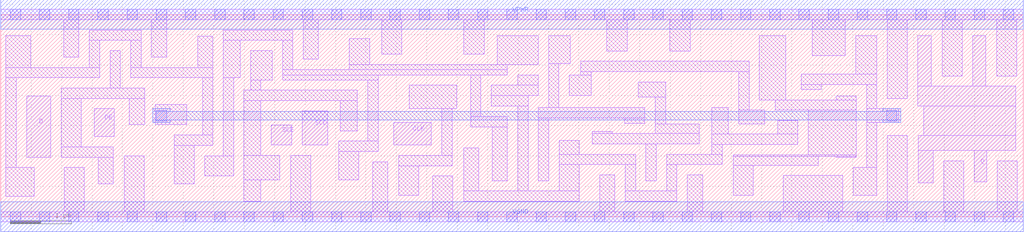
<source format=lef>
# Copyright 2020 The SkyWater PDK Authors
#
# Licensed under the Apache License, Version 2.0 (the "License");
# you may not use this file except in compliance with the License.
# You may obtain a copy of the License at
#
#     https://www.apache.org/licenses/LICENSE-2.0
#
# Unless required by applicable law or agreed to in writing, software
# distributed under the License is distributed on an "AS IS" BASIS,
# WITHOUT WARRANTIES OR CONDITIONS OF ANY KIND, either express or implied.
# See the License for the specific language governing permissions and
# limitations under the License.
#
# SPDX-License-Identifier: Apache-2.0

VERSION 5.7 ;
  NAMESCASESENSITIVE ON ;
  NOWIREEXTENSIONATPIN ON ;
  DIVIDERCHAR "/" ;
  BUSBITCHARS "[]" ;
UNITS
  DATABASE MICRONS 200 ;
END UNITS
MACRO sky130_fd_sc_hs__sedfxtp_4
  CLASS CORE ;
  SOURCE USER ;
  FOREIGN sky130_fd_sc_hs__sedfxtp_4 ;
  ORIGIN  0.000000  0.000000 ;
  SIZE  16.80000 BY  3.330000 ;
  SYMMETRY X Y ;
  SITE unit ;
  PIN D
    ANTENNAGATEAREA  0.159000 ;
    DIRECTION INPUT ;
    USE SIGNAL ;
    PORT
      LAYER li1 ;
        RECT 0.425000 0.980000 0.825000 1.990000 ;
    END
  END D
  PIN DE
    ANTENNAGATEAREA  0.318000 ;
    DIRECTION INPUT ;
    USE SIGNAL ;
    PORT
      LAYER li1 ;
        RECT 1.535000 1.320000 1.865000 1.780000 ;
    END
  END DE
  PIN Q
    ANTENNADIFFAREA  1.097500 ;
    DIRECTION OUTPUT ;
    USE SIGNAL ;
    PORT
      LAYER li1 ;
        RECT 15.065000 1.820000 16.675000 2.150000 ;
        RECT 15.065000 2.150000 15.285000 2.980000 ;
        RECT 15.075000 0.560000 15.325000 1.090000 ;
        RECT 15.075000 1.090000 16.675000 1.340000 ;
        RECT 15.165000 1.340000 16.675000 1.820000 ;
        RECT 15.970000 2.150000 16.185000 2.980000 ;
        RECT 15.995000 0.575000 16.200000 1.090000 ;
    END
  END Q
  PIN SCD
    ANTENNAGATEAREA  0.159000 ;
    DIRECTION INPUT ;
    USE SIGNAL ;
    PORT
      LAYER li1 ;
        RECT 4.955000 1.180000 5.370000 1.745000 ;
    END
  END SCD
  PIN SCE
    ANTENNAGATEAREA  0.318000 ;
    DIRECTION INPUT ;
    USE SIGNAL ;
    PORT
      LAYER li1 ;
        RECT 4.445000 1.180000 4.785000 1.510000 ;
    END
  END SCE
  PIN CLK
    ANTENNAGATEAREA  0.279000 ;
    DIRECTION INPUT ;
    USE CLOCK ;
    PORT
      LAYER li1 ;
        RECT 6.455000 1.180000 7.075000 1.550000 ;
    END
  END CLK
  PIN VGND
    DIRECTION INOUT ;
    USE GROUND ;
    PORT
      LAYER met1 ;
        RECT 0.000000 -0.245000 16.800000 0.245000 ;
    END
  END VGND
  PIN VPWR
    DIRECTION INOUT ;
    USE POWER ;
    PORT
      LAYER met1 ;
        RECT 0.000000 3.085000 16.800000 3.575000 ;
    END
  END VPWR
  OBS
    LAYER li1 ;
      RECT  0.000000 -0.085000 16.800000 0.085000 ;
      RECT  0.000000  3.245000 16.800000 3.415000 ;
      RECT  0.085000  0.340000  0.550000 0.810000 ;
      RECT  0.085000  0.810000  0.255000 2.290000 ;
      RECT  0.085000  2.290000  1.625000 2.460000 ;
      RECT  0.085000  2.460000  0.495000 2.980000 ;
      RECT  0.995000  0.980000  1.850000 1.150000 ;
      RECT  0.995000  1.150000  1.325000 1.950000 ;
      RECT  0.995000  1.950000  2.365000 2.120000 ;
      RECT  1.035000  2.630000  1.285000 3.245000 ;
      RECT  1.040000  0.085000  1.370000 0.810000 ;
      RECT  1.455000  2.460000  1.625000 2.905000 ;
      RECT  1.455000  2.905000  2.305000 3.075000 ;
      RECT  1.600000  0.545000  1.850000 0.980000 ;
      RECT  1.795000  2.120000  1.965000 2.735000 ;
      RECT  2.030000  0.085000  2.360000 1.005000 ;
      RECT  2.115000  1.520000  2.365000 1.950000 ;
      RECT  2.135000  2.290000  3.485000 2.460000 ;
      RECT  2.135000  2.460000  2.305000 2.905000 ;
      RECT  2.475000  2.630000  2.725000 3.245000 ;
      RECT  2.535000  1.520000  3.055000 1.850000 ;
      RECT  2.850000  0.545000  3.180000 1.175000 ;
      RECT  2.850000  1.175000  3.485000 1.345000 ;
      RECT  3.235000  2.460000  3.485000 2.975000 ;
      RECT  3.315000  1.345000  3.485000 2.290000 ;
      RECT  3.350000  0.675000  3.825000 1.005000 ;
      RECT  3.655000  1.005000  3.825000 2.295000 ;
      RECT  3.655000  2.295000  3.935000 2.905000 ;
      RECT  3.655000  2.905000  4.800000 3.075000 ;
      RECT  3.995000  0.255000  4.275000 0.605000 ;
      RECT  3.995000  0.605000  4.585000 1.010000 ;
      RECT  3.995000  1.010000  4.275000 1.915000 ;
      RECT  3.995000  1.915000  5.860000 2.085000 ;
      RECT  4.105000  2.085000  4.275000 2.255000 ;
      RECT  4.105000  2.255000  4.460000 2.735000 ;
      RECT  4.630000  2.255000  6.200000 2.335000 ;
      RECT  4.630000  2.335000  8.325000 2.425000 ;
      RECT  4.630000  2.425000  4.800000 2.905000 ;
      RECT  4.765000  0.085000  5.095000 1.010000 ;
      RECT  4.970000  2.595000  5.220000 3.245000 ;
      RECT  5.555000  0.605000  5.885000 1.075000 ;
      RECT  5.555000  1.075000  6.200000 1.245000 ;
      RECT  5.580000  1.415000  5.860000 1.915000 ;
      RECT  5.730000  2.425000  8.325000 2.505000 ;
      RECT  5.730000  2.505000  6.060000 2.935000 ;
      RECT  6.030000  1.245000  6.200000 2.255000 ;
      RECT  6.110000  0.085000  6.360000 0.905000 ;
      RECT  6.260000  2.675000  6.590000 3.245000 ;
      RECT  6.540000  0.350000  6.870000 0.840000 ;
      RECT  6.540000  0.840000  7.415000 1.010000 ;
      RECT  6.710000  1.785000  7.490000 2.165000 ;
      RECT  7.095000  0.085000  7.425000 0.670000 ;
      RECT  7.245000  1.010000  7.415000 1.785000 ;
      RECT  7.605000  0.255000  9.505000 0.425000 ;
      RECT  7.605000  0.425000  7.855000 1.130000 ;
      RECT  7.610000  2.675000  7.940000 3.245000 ;
      RECT  7.720000  1.480000  8.325000 1.650000 ;
      RECT  7.720000  1.650000  7.890000 2.335000 ;
      RECT  8.060000  1.820000  8.665000 1.995000 ;
      RECT  8.060000  1.995000  8.830000 2.165000 ;
      RECT  8.075000  0.595000  8.325000 1.480000 ;
      RECT  8.155000  2.505000  8.830000 2.980000 ;
      RECT  8.495000  0.425000  8.665000 1.820000 ;
      RECT  8.495000  2.165000  8.830000 2.335000 ;
      RECT  8.835000  0.595000  9.005000 1.630000 ;
      RECT  8.835000  1.630000 10.585000 1.800000 ;
      RECT  9.000000  1.800000  9.170000 2.520000 ;
      RECT  9.000000  2.520000  9.360000 2.980000 ;
      RECT  9.175000  0.425000  9.505000 0.860000 ;
      RECT  9.175000  0.860000 10.430000 1.030000 ;
      RECT  9.175000  1.030000  9.505000 1.255000 ;
      RECT  9.340000  2.000000  9.700000 2.330000 ;
      RECT  9.530000  2.330000  9.700000 2.390000 ;
      RECT  9.530000  2.390000 12.295000 2.560000 ;
      RECT  9.715000  1.200000 11.475000 1.370000 ;
      RECT  9.715000  1.370000 10.045000 1.405000 ;
      RECT  9.840000  0.085000 10.090000 0.690000 ;
      RECT  9.960000  2.730000 10.290000 3.245000 ;
      RECT 10.255000  1.540000 10.585000 1.630000 ;
      RECT 10.260000  0.255000 11.110000 0.425000 ;
      RECT 10.260000  0.425000 10.430000 0.860000 ;
      RECT 10.475000  1.970000 10.925000 2.220000 ;
      RECT 10.600000  0.595000 10.770000 1.200000 ;
      RECT 10.755000  1.370000 11.475000 1.530000 ;
      RECT 10.755000  1.530000 10.925000 1.970000 ;
      RECT 10.940000  0.425000 11.110000 0.860000 ;
      RECT 10.940000  0.860000 11.855000 1.030000 ;
      RECT 10.995000  2.730000 11.325000 3.245000 ;
      RECT 11.280000  0.085000 11.530000 0.690000 ;
      RECT 11.685000  1.030000 11.855000 1.190000 ;
      RECT 11.685000  1.190000 13.095000 1.360000 ;
      RECT 11.685000  1.360000 11.955000 1.800000 ;
      RECT 12.035000  0.350000 12.365000 0.850000 ;
      RECT 12.035000  0.850000 13.435000 0.990000 ;
      RECT 12.035000  0.990000 14.055000 1.020000 ;
      RECT 12.125000  1.530000 12.555000 1.755000 ;
      RECT 12.125000  1.755000 12.295000 2.390000 ;
      RECT 12.465000  1.925000 12.895000 2.980000 ;
      RECT 12.725000  1.755000 14.055000 1.925000 ;
      RECT 12.765000  1.360000 13.095000 1.585000 ;
      RECT 12.855000  0.085000 13.835000 0.680000 ;
      RECT 13.155000  2.095000 13.485000 2.180000 ;
      RECT 13.155000  2.180000 14.395000 2.350000 ;
      RECT 13.265000  1.020000 14.055000 1.755000 ;
      RECT 13.335000  2.650000 13.875000 3.245000 ;
      RECT 13.725000  0.980000 14.055000 0.990000 ;
      RECT 13.725000  1.925000 14.055000 1.990000 ;
      RECT 14.005000  0.350000 14.395000 0.810000 ;
      RECT 14.045000  2.350000 14.395000 2.980000 ;
      RECT 14.225000  0.810000 14.395000 1.550000 ;
      RECT 14.225000  1.550000 14.755000 1.780000 ;
      RECT 14.225000  1.780000 14.395000 2.180000 ;
      RECT 14.565000  0.085000 14.895000 1.340000 ;
      RECT 14.565000  1.950000 14.895000 3.245000 ;
      RECT 15.465000  2.320000 15.795000 3.245000 ;
      RECT 15.495000  0.085000 15.825000 0.920000 ;
      RECT 16.365000  2.320000 16.695000 3.245000 ;
      RECT 16.370000  0.085000 16.700000 0.920000 ;
    LAYER mcon ;
      RECT  0.155000 -0.085000  0.325000 0.085000 ;
      RECT  0.155000  3.245000  0.325000 3.415000 ;
      RECT  0.635000 -0.085000  0.805000 0.085000 ;
      RECT  0.635000  3.245000  0.805000 3.415000 ;
      RECT  1.115000 -0.085000  1.285000 0.085000 ;
      RECT  1.115000  3.245000  1.285000 3.415000 ;
      RECT  1.595000 -0.085000  1.765000 0.085000 ;
      RECT  1.595000  3.245000  1.765000 3.415000 ;
      RECT  2.075000 -0.085000  2.245000 0.085000 ;
      RECT  2.075000  3.245000  2.245000 3.415000 ;
      RECT  2.555000 -0.085000  2.725000 0.085000 ;
      RECT  2.555000  1.580000  2.725000 1.750000 ;
      RECT  2.555000  3.245000  2.725000 3.415000 ;
      RECT  3.035000 -0.085000  3.205000 0.085000 ;
      RECT  3.035000  3.245000  3.205000 3.415000 ;
      RECT  3.515000 -0.085000  3.685000 0.085000 ;
      RECT  3.515000  3.245000  3.685000 3.415000 ;
      RECT  3.995000 -0.085000  4.165000 0.085000 ;
      RECT  3.995000  3.245000  4.165000 3.415000 ;
      RECT  4.475000 -0.085000  4.645000 0.085000 ;
      RECT  4.475000  3.245000  4.645000 3.415000 ;
      RECT  4.955000 -0.085000  5.125000 0.085000 ;
      RECT  4.955000  3.245000  5.125000 3.415000 ;
      RECT  5.435000 -0.085000  5.605000 0.085000 ;
      RECT  5.435000  3.245000  5.605000 3.415000 ;
      RECT  5.915000 -0.085000  6.085000 0.085000 ;
      RECT  5.915000  3.245000  6.085000 3.415000 ;
      RECT  6.395000 -0.085000  6.565000 0.085000 ;
      RECT  6.395000  3.245000  6.565000 3.415000 ;
      RECT  6.875000 -0.085000  7.045000 0.085000 ;
      RECT  6.875000  3.245000  7.045000 3.415000 ;
      RECT  7.355000 -0.085000  7.525000 0.085000 ;
      RECT  7.355000  3.245000  7.525000 3.415000 ;
      RECT  7.835000 -0.085000  8.005000 0.085000 ;
      RECT  7.835000  3.245000  8.005000 3.415000 ;
      RECT  8.315000 -0.085000  8.485000 0.085000 ;
      RECT  8.315000  3.245000  8.485000 3.415000 ;
      RECT  8.795000 -0.085000  8.965000 0.085000 ;
      RECT  8.795000  3.245000  8.965000 3.415000 ;
      RECT  9.275000 -0.085000  9.445000 0.085000 ;
      RECT  9.275000  3.245000  9.445000 3.415000 ;
      RECT  9.755000 -0.085000  9.925000 0.085000 ;
      RECT  9.755000  3.245000  9.925000 3.415000 ;
      RECT 10.235000 -0.085000 10.405000 0.085000 ;
      RECT 10.235000  3.245000 10.405000 3.415000 ;
      RECT 10.715000 -0.085000 10.885000 0.085000 ;
      RECT 10.715000  3.245000 10.885000 3.415000 ;
      RECT 11.195000 -0.085000 11.365000 0.085000 ;
      RECT 11.195000  3.245000 11.365000 3.415000 ;
      RECT 11.675000 -0.085000 11.845000 0.085000 ;
      RECT 11.675000  3.245000 11.845000 3.415000 ;
      RECT 12.155000 -0.085000 12.325000 0.085000 ;
      RECT 12.155000  3.245000 12.325000 3.415000 ;
      RECT 12.635000 -0.085000 12.805000 0.085000 ;
      RECT 12.635000  3.245000 12.805000 3.415000 ;
      RECT 13.115000 -0.085000 13.285000 0.085000 ;
      RECT 13.115000  3.245000 13.285000 3.415000 ;
      RECT 13.595000 -0.085000 13.765000 0.085000 ;
      RECT 13.595000  3.245000 13.765000 3.415000 ;
      RECT 14.075000 -0.085000 14.245000 0.085000 ;
      RECT 14.075000  3.245000 14.245000 3.415000 ;
      RECT 14.555000 -0.085000 14.725000 0.085000 ;
      RECT 14.555000  1.580000 14.725000 1.750000 ;
      RECT 14.555000  3.245000 14.725000 3.415000 ;
      RECT 15.035000 -0.085000 15.205000 0.085000 ;
      RECT 15.035000  3.245000 15.205000 3.415000 ;
      RECT 15.515000 -0.085000 15.685000 0.085000 ;
      RECT 15.515000  3.245000 15.685000 3.415000 ;
      RECT 15.995000 -0.085000 16.165000 0.085000 ;
      RECT 15.995000  3.245000 16.165000 3.415000 ;
      RECT 16.475000 -0.085000 16.645000 0.085000 ;
      RECT 16.475000  3.245000 16.645000 3.415000 ;
    LAYER met1 ;
      RECT  2.495000 1.550000  2.785000 1.595000 ;
      RECT  2.495000 1.595000 14.785000 1.735000 ;
      RECT  2.495000 1.735000  2.785000 1.780000 ;
      RECT 14.495000 1.550000 14.785000 1.595000 ;
      RECT 14.495000 1.735000 14.785000 1.780000 ;
  END
END sky130_fd_sc_hs__sedfxtp_4

</source>
